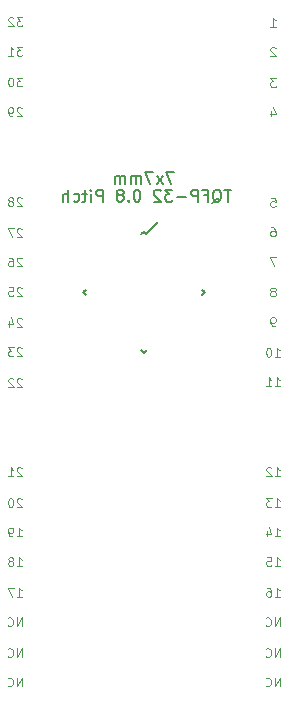
<source format=gbr>
%TF.GenerationSoftware,KiCad,Pcbnew,(6.0.5)*%
%TF.CreationDate,2022-06-25T15:42:17-04:00*%
%TF.ProjectId,Breakout_Converter,42726561-6b6f-4757-945f-436f6e766572,rev?*%
%TF.SameCoordinates,Original*%
%TF.FileFunction,Legend,Bot*%
%TF.FilePolarity,Positive*%
%FSLAX46Y46*%
G04 Gerber Fmt 4.6, Leading zero omitted, Abs format (unit mm)*
G04 Created by KiCad (PCBNEW (6.0.5)) date 2022-06-25 15:42:17*
%MOMM*%
%LPD*%
G01*
G04 APERTURE LIST*
%ADD10C,0.125000*%
%ADD11C,0.150000*%
G04 APERTURE END LIST*
D10*
X131925142Y-52889285D02*
X131460857Y-52889285D01*
X131710857Y-53175000D01*
X131603714Y-53175000D01*
X131532285Y-53210714D01*
X131496571Y-53246428D01*
X131460857Y-53317857D01*
X131460857Y-53496428D01*
X131496571Y-53567857D01*
X131532285Y-53603571D01*
X131603714Y-53639285D01*
X131818000Y-53639285D01*
X131889428Y-53603571D01*
X131925142Y-53567857D01*
X130746571Y-53639285D02*
X131175142Y-53639285D01*
X130960857Y-53639285D02*
X130960857Y-52889285D01*
X131032285Y-52996428D01*
X131103714Y-53067857D01*
X131175142Y-53103571D01*
X131925142Y-55489285D02*
X131460857Y-55489285D01*
X131710857Y-55775000D01*
X131603714Y-55775000D01*
X131532285Y-55810714D01*
X131496571Y-55846428D01*
X131460857Y-55917857D01*
X131460857Y-56096428D01*
X131496571Y-56167857D01*
X131532285Y-56203571D01*
X131603714Y-56239285D01*
X131818000Y-56239285D01*
X131889428Y-56203571D01*
X131925142Y-56167857D01*
X130996571Y-55489285D02*
X130925142Y-55489285D01*
X130853714Y-55525000D01*
X130818000Y-55560714D01*
X130782285Y-55632142D01*
X130746571Y-55775000D01*
X130746571Y-55953571D01*
X130782285Y-56096428D01*
X130818000Y-56167857D01*
X130853714Y-56203571D01*
X130925142Y-56239285D01*
X130996571Y-56239285D01*
X131068000Y-56203571D01*
X131103714Y-56167857D01*
X131139428Y-56096428D01*
X131175142Y-55953571D01*
X131175142Y-55775000D01*
X131139428Y-55632142D01*
X131103714Y-55560714D01*
X131068000Y-55525000D01*
X130996571Y-55489285D01*
X131925142Y-50389285D02*
X131460857Y-50389285D01*
X131710857Y-50675000D01*
X131603714Y-50675000D01*
X131532285Y-50710714D01*
X131496571Y-50746428D01*
X131460857Y-50817857D01*
X131460857Y-50996428D01*
X131496571Y-51067857D01*
X131532285Y-51103571D01*
X131603714Y-51139285D01*
X131818000Y-51139285D01*
X131889428Y-51103571D01*
X131925142Y-51067857D01*
X131175142Y-50460714D02*
X131139428Y-50425000D01*
X131068000Y-50389285D01*
X130889428Y-50389285D01*
X130818000Y-50425000D01*
X130782285Y-50460714D01*
X130746571Y-50532142D01*
X130746571Y-50603571D01*
X130782285Y-50710714D01*
X131210857Y-51139285D01*
X130746571Y-51139285D01*
X131889428Y-58060714D02*
X131853714Y-58025000D01*
X131782285Y-57989285D01*
X131603714Y-57989285D01*
X131532285Y-58025000D01*
X131496571Y-58060714D01*
X131460857Y-58132142D01*
X131460857Y-58203571D01*
X131496571Y-58310714D01*
X131925142Y-58739285D01*
X131460857Y-58739285D01*
X131103714Y-58739285D02*
X130960857Y-58739285D01*
X130889428Y-58703571D01*
X130853714Y-58667857D01*
X130782285Y-58560714D01*
X130746571Y-58417857D01*
X130746571Y-58132142D01*
X130782285Y-58060714D01*
X130818000Y-58025000D01*
X130889428Y-57989285D01*
X131032285Y-57989285D01*
X131103714Y-58025000D01*
X131139428Y-58060714D01*
X131175142Y-58132142D01*
X131175142Y-58310714D01*
X131139428Y-58382142D01*
X131103714Y-58417857D01*
X131032285Y-58453571D01*
X130889428Y-58453571D01*
X130818000Y-58417857D01*
X130782285Y-58382142D01*
X130746571Y-58310714D01*
X153376285Y-53000714D02*
X153340571Y-52965000D01*
X153269142Y-52929285D01*
X153090571Y-52929285D01*
X153019142Y-52965000D01*
X152983428Y-53000714D01*
X152947714Y-53072142D01*
X152947714Y-53143571D01*
X152983428Y-53250714D01*
X153412000Y-53679285D01*
X152947714Y-53679285D01*
X153019142Y-58279285D02*
X153019142Y-58779285D01*
X153197714Y-57993571D02*
X153376285Y-58529285D01*
X152912000Y-58529285D01*
X152947714Y-51179285D02*
X153376285Y-51179285D01*
X153162000Y-51179285D02*
X153162000Y-50429285D01*
X153233428Y-50536428D01*
X153304857Y-50607857D01*
X153376285Y-50643571D01*
X153412000Y-55529285D02*
X152947714Y-55529285D01*
X153197714Y-55815000D01*
X153090571Y-55815000D01*
X153019142Y-55850714D01*
X152983428Y-55886428D01*
X152947714Y-55957857D01*
X152947714Y-56136428D01*
X152983428Y-56207857D01*
X153019142Y-56243571D01*
X153090571Y-56279285D01*
X153304857Y-56279285D01*
X153376285Y-56243571D01*
X153412000Y-56207857D01*
X131889428Y-70800714D02*
X131853714Y-70765000D01*
X131782285Y-70729285D01*
X131603714Y-70729285D01*
X131532285Y-70765000D01*
X131496571Y-70800714D01*
X131460857Y-70872142D01*
X131460857Y-70943571D01*
X131496571Y-71050714D01*
X131925142Y-71479285D01*
X131460857Y-71479285D01*
X130818000Y-70729285D02*
X130960857Y-70729285D01*
X131032285Y-70765000D01*
X131068000Y-70800714D01*
X131139428Y-70907857D01*
X131175142Y-71050714D01*
X131175142Y-71336428D01*
X131139428Y-71407857D01*
X131103714Y-71443571D01*
X131032285Y-71479285D01*
X130889428Y-71479285D01*
X130818000Y-71443571D01*
X130782285Y-71407857D01*
X130746571Y-71336428D01*
X130746571Y-71157857D01*
X130782285Y-71086428D01*
X130818000Y-71050714D01*
X130889428Y-71015000D01*
X131032285Y-71015000D01*
X131103714Y-71050714D01*
X131139428Y-71086428D01*
X131175142Y-71157857D01*
X131889428Y-73300714D02*
X131853714Y-73265000D01*
X131782285Y-73229285D01*
X131603714Y-73229285D01*
X131532285Y-73265000D01*
X131496571Y-73300714D01*
X131460857Y-73372142D01*
X131460857Y-73443571D01*
X131496571Y-73550714D01*
X131925142Y-73979285D01*
X131460857Y-73979285D01*
X130782285Y-73229285D02*
X131139428Y-73229285D01*
X131175142Y-73586428D01*
X131139428Y-73550714D01*
X131068000Y-73515000D01*
X130889428Y-73515000D01*
X130818000Y-73550714D01*
X130782285Y-73586428D01*
X130746571Y-73657857D01*
X130746571Y-73836428D01*
X130782285Y-73907857D01*
X130818000Y-73943571D01*
X130889428Y-73979285D01*
X131068000Y-73979285D01*
X131139428Y-73943571D01*
X131175142Y-73907857D01*
X131889428Y-78400714D02*
X131853714Y-78365000D01*
X131782285Y-78329285D01*
X131603714Y-78329285D01*
X131532285Y-78365000D01*
X131496571Y-78400714D01*
X131460857Y-78472142D01*
X131460857Y-78543571D01*
X131496571Y-78650714D01*
X131925142Y-79079285D01*
X131460857Y-79079285D01*
X131210857Y-78329285D02*
X130746571Y-78329285D01*
X130996571Y-78615000D01*
X130889428Y-78615000D01*
X130818000Y-78650714D01*
X130782285Y-78686428D01*
X130746571Y-78757857D01*
X130746571Y-78936428D01*
X130782285Y-79007857D01*
X130818000Y-79043571D01*
X130889428Y-79079285D01*
X131103714Y-79079285D01*
X131175142Y-79043571D01*
X131210857Y-79007857D01*
X131889428Y-68300714D02*
X131853714Y-68265000D01*
X131782285Y-68229285D01*
X131603714Y-68229285D01*
X131532285Y-68265000D01*
X131496571Y-68300714D01*
X131460857Y-68372142D01*
X131460857Y-68443571D01*
X131496571Y-68550714D01*
X131925142Y-68979285D01*
X131460857Y-68979285D01*
X131210857Y-68229285D02*
X130710857Y-68229285D01*
X131032285Y-68979285D01*
X131889428Y-75900714D02*
X131853714Y-75865000D01*
X131782285Y-75829285D01*
X131603714Y-75829285D01*
X131532285Y-75865000D01*
X131496571Y-75900714D01*
X131460857Y-75972142D01*
X131460857Y-76043571D01*
X131496571Y-76150714D01*
X131925142Y-76579285D01*
X131460857Y-76579285D01*
X130818000Y-76079285D02*
X130818000Y-76579285D01*
X130996571Y-75793571D02*
X131175142Y-76329285D01*
X130710857Y-76329285D01*
X131889428Y-81000714D02*
X131853714Y-80965000D01*
X131782285Y-80929285D01*
X131603714Y-80929285D01*
X131532285Y-80965000D01*
X131496571Y-81000714D01*
X131460857Y-81072142D01*
X131460857Y-81143571D01*
X131496571Y-81250714D01*
X131925142Y-81679285D01*
X131460857Y-81679285D01*
X131175142Y-81000714D02*
X131139428Y-80965000D01*
X131068000Y-80929285D01*
X130889428Y-80929285D01*
X130818000Y-80965000D01*
X130782285Y-81000714D01*
X130746571Y-81072142D01*
X130746571Y-81143571D01*
X130782285Y-81250714D01*
X131210857Y-81679285D01*
X130746571Y-81679285D01*
X131889428Y-65700714D02*
X131853714Y-65665000D01*
X131782285Y-65629285D01*
X131603714Y-65629285D01*
X131532285Y-65665000D01*
X131496571Y-65700714D01*
X131460857Y-65772142D01*
X131460857Y-65843571D01*
X131496571Y-65950714D01*
X131925142Y-66379285D01*
X131460857Y-66379285D01*
X131032285Y-65950714D02*
X131103714Y-65915000D01*
X131139428Y-65879285D01*
X131175142Y-65807857D01*
X131175142Y-65772142D01*
X131139428Y-65700714D01*
X131103714Y-65665000D01*
X131032285Y-65629285D01*
X130889428Y-65629285D01*
X130818000Y-65665000D01*
X130782285Y-65700714D01*
X130746571Y-65772142D01*
X130746571Y-65807857D01*
X130782285Y-65879285D01*
X130818000Y-65915000D01*
X130889428Y-65950714D01*
X131032285Y-65950714D01*
X131103714Y-65986428D01*
X131139428Y-66022142D01*
X131175142Y-66093571D01*
X131175142Y-66236428D01*
X131139428Y-66307857D01*
X131103714Y-66343571D01*
X131032285Y-66379285D01*
X130889428Y-66379285D01*
X130818000Y-66343571D01*
X130782285Y-66307857D01*
X130746571Y-66236428D01*
X130746571Y-66093571D01*
X130782285Y-66022142D01*
X130818000Y-65986428D01*
X130889428Y-65950714D01*
X153304857Y-81619285D02*
X153733428Y-81619285D01*
X153519142Y-81619285D02*
X153519142Y-80869285D01*
X153590571Y-80976428D01*
X153662000Y-81047857D01*
X153733428Y-81083571D01*
X152590571Y-81619285D02*
X153019142Y-81619285D01*
X152804857Y-81619285D02*
X152804857Y-80869285D01*
X152876285Y-80976428D01*
X152947714Y-81047857D01*
X153019142Y-81083571D01*
X153019142Y-68169285D02*
X153162000Y-68169285D01*
X153233428Y-68205000D01*
X153269142Y-68240714D01*
X153340571Y-68347857D01*
X153376285Y-68490714D01*
X153376285Y-68776428D01*
X153340571Y-68847857D01*
X153304857Y-68883571D01*
X153233428Y-68919285D01*
X153090571Y-68919285D01*
X153019142Y-68883571D01*
X152983428Y-68847857D01*
X152947714Y-68776428D01*
X152947714Y-68597857D01*
X152983428Y-68526428D01*
X153019142Y-68490714D01*
X153090571Y-68455000D01*
X153233428Y-68455000D01*
X153304857Y-68490714D01*
X153340571Y-68526428D01*
X153376285Y-68597857D01*
X153412000Y-70669285D02*
X152912000Y-70669285D01*
X153233428Y-71419285D01*
X153304857Y-76519285D02*
X153162000Y-76519285D01*
X153090571Y-76483571D01*
X153054857Y-76447857D01*
X152983428Y-76340714D01*
X152947714Y-76197857D01*
X152947714Y-75912142D01*
X152983428Y-75840714D01*
X153019142Y-75805000D01*
X153090571Y-75769285D01*
X153233428Y-75769285D01*
X153304857Y-75805000D01*
X153340571Y-75840714D01*
X153376285Y-75912142D01*
X153376285Y-76090714D01*
X153340571Y-76162142D01*
X153304857Y-76197857D01*
X153233428Y-76233571D01*
X153090571Y-76233571D01*
X153019142Y-76197857D01*
X152983428Y-76162142D01*
X152947714Y-76090714D01*
X152983428Y-65669285D02*
X153340571Y-65669285D01*
X153376285Y-66026428D01*
X153340571Y-65990714D01*
X153269142Y-65955000D01*
X153090571Y-65955000D01*
X153019142Y-65990714D01*
X152983428Y-66026428D01*
X152947714Y-66097857D01*
X152947714Y-66276428D01*
X152983428Y-66347857D01*
X153019142Y-66383571D01*
X153090571Y-66419285D01*
X153269142Y-66419285D01*
X153340571Y-66383571D01*
X153376285Y-66347857D01*
X153233428Y-73590714D02*
X153304857Y-73555000D01*
X153340571Y-73519285D01*
X153376285Y-73447857D01*
X153376285Y-73412142D01*
X153340571Y-73340714D01*
X153304857Y-73305000D01*
X153233428Y-73269285D01*
X153090571Y-73269285D01*
X153019142Y-73305000D01*
X152983428Y-73340714D01*
X152947714Y-73412142D01*
X152947714Y-73447857D01*
X152983428Y-73519285D01*
X153019142Y-73555000D01*
X153090571Y-73590714D01*
X153233428Y-73590714D01*
X153304857Y-73626428D01*
X153340571Y-73662142D01*
X153376285Y-73733571D01*
X153376285Y-73876428D01*
X153340571Y-73947857D01*
X153304857Y-73983571D01*
X153233428Y-74019285D01*
X153090571Y-74019285D01*
X153019142Y-73983571D01*
X152983428Y-73947857D01*
X152947714Y-73876428D01*
X152947714Y-73733571D01*
X152983428Y-73662142D01*
X153019142Y-73626428D01*
X153090571Y-73590714D01*
X153304857Y-79119285D02*
X153733428Y-79119285D01*
X153519142Y-79119285D02*
X153519142Y-78369285D01*
X153590571Y-78476428D01*
X153662000Y-78547857D01*
X153733428Y-78583571D01*
X152840571Y-78369285D02*
X152769142Y-78369285D01*
X152697714Y-78405000D01*
X152662000Y-78440714D01*
X152626285Y-78512142D01*
X152590571Y-78655000D01*
X152590571Y-78833571D01*
X152626285Y-78976428D01*
X152662000Y-79047857D01*
X152697714Y-79083571D01*
X152769142Y-79119285D01*
X152840571Y-79119285D01*
X152912000Y-79083571D01*
X152947714Y-79047857D01*
X152983428Y-78976428D01*
X153019142Y-78833571D01*
X153019142Y-78655000D01*
X152983428Y-78512142D01*
X152947714Y-78440714D01*
X152912000Y-78405000D01*
X152840571Y-78369285D01*
X153751285Y-107039285D02*
X153751285Y-106289285D01*
X153322714Y-107039285D01*
X153322714Y-106289285D01*
X152537000Y-106967857D02*
X152572714Y-107003571D01*
X152679857Y-107039285D01*
X152751285Y-107039285D01*
X152858428Y-107003571D01*
X152929857Y-106932142D01*
X152965571Y-106860714D01*
X153001285Y-106717857D01*
X153001285Y-106610714D01*
X152965571Y-106467857D01*
X152929857Y-106396428D01*
X152858428Y-106325000D01*
X152751285Y-106289285D01*
X152679857Y-106289285D01*
X152572714Y-106325000D01*
X152537000Y-106360714D01*
X153304857Y-96839285D02*
X153733428Y-96839285D01*
X153519142Y-96839285D02*
X153519142Y-96089285D01*
X153590571Y-96196428D01*
X153662000Y-96267857D01*
X153733428Y-96303571D01*
X152626285Y-96089285D02*
X152983428Y-96089285D01*
X153019142Y-96446428D01*
X152983428Y-96410714D01*
X152912000Y-96375000D01*
X152733428Y-96375000D01*
X152662000Y-96410714D01*
X152626285Y-96446428D01*
X152590571Y-96517857D01*
X152590571Y-96696428D01*
X152626285Y-96767857D01*
X152662000Y-96803571D01*
X152733428Y-96839285D01*
X152912000Y-96839285D01*
X152983428Y-96803571D01*
X153019142Y-96767857D01*
X153304857Y-94339285D02*
X153733428Y-94339285D01*
X153519142Y-94339285D02*
X153519142Y-93589285D01*
X153590571Y-93696428D01*
X153662000Y-93767857D01*
X153733428Y-93803571D01*
X152662000Y-93839285D02*
X152662000Y-94339285D01*
X152840571Y-93553571D02*
X153019142Y-94089285D01*
X152554857Y-94089285D01*
X153751285Y-101939285D02*
X153751285Y-101189285D01*
X153322714Y-101939285D01*
X153322714Y-101189285D01*
X152537000Y-101867857D02*
X152572714Y-101903571D01*
X152679857Y-101939285D01*
X152751285Y-101939285D01*
X152858428Y-101903571D01*
X152929857Y-101832142D01*
X152965571Y-101760714D01*
X153001285Y-101617857D01*
X153001285Y-101510714D01*
X152965571Y-101367857D01*
X152929857Y-101296428D01*
X152858428Y-101225000D01*
X152751285Y-101189285D01*
X152679857Y-101189285D01*
X152572714Y-101225000D01*
X152537000Y-101260714D01*
X153304857Y-91839285D02*
X153733428Y-91839285D01*
X153519142Y-91839285D02*
X153519142Y-91089285D01*
X153590571Y-91196428D01*
X153662000Y-91267857D01*
X153733428Y-91303571D01*
X153054857Y-91089285D02*
X152590571Y-91089285D01*
X152840571Y-91375000D01*
X152733428Y-91375000D01*
X152662000Y-91410714D01*
X152626285Y-91446428D01*
X152590571Y-91517857D01*
X152590571Y-91696428D01*
X152626285Y-91767857D01*
X152662000Y-91803571D01*
X152733428Y-91839285D01*
X152947714Y-91839285D01*
X153019142Y-91803571D01*
X153054857Y-91767857D01*
X153304857Y-99439285D02*
X153733428Y-99439285D01*
X153519142Y-99439285D02*
X153519142Y-98689285D01*
X153590571Y-98796428D01*
X153662000Y-98867857D01*
X153733428Y-98903571D01*
X152662000Y-98689285D02*
X152804857Y-98689285D01*
X152876285Y-98725000D01*
X152912000Y-98760714D01*
X152983428Y-98867857D01*
X153019142Y-99010714D01*
X153019142Y-99296428D01*
X152983428Y-99367857D01*
X152947714Y-99403571D01*
X152876285Y-99439285D01*
X152733428Y-99439285D01*
X152662000Y-99403571D01*
X152626285Y-99367857D01*
X152590571Y-99296428D01*
X152590571Y-99117857D01*
X152626285Y-99046428D01*
X152662000Y-99010714D01*
X152733428Y-98975000D01*
X152876285Y-98975000D01*
X152947714Y-99010714D01*
X152983428Y-99046428D01*
X153019142Y-99117857D01*
X153751285Y-104539285D02*
X153751285Y-103789285D01*
X153322714Y-104539285D01*
X153322714Y-103789285D01*
X152537000Y-104467857D02*
X152572714Y-104503571D01*
X152679857Y-104539285D01*
X152751285Y-104539285D01*
X152858428Y-104503571D01*
X152929857Y-104432142D01*
X152965571Y-104360714D01*
X153001285Y-104217857D01*
X153001285Y-104110714D01*
X152965571Y-103967857D01*
X152929857Y-103896428D01*
X152858428Y-103825000D01*
X152751285Y-103789285D01*
X152679857Y-103789285D01*
X152572714Y-103825000D01*
X152537000Y-103860714D01*
X153304857Y-89239285D02*
X153733428Y-89239285D01*
X153519142Y-89239285D02*
X153519142Y-88489285D01*
X153590571Y-88596428D01*
X153662000Y-88667857D01*
X153733428Y-88703571D01*
X153019142Y-88560714D02*
X152983428Y-88525000D01*
X152912000Y-88489285D01*
X152733428Y-88489285D01*
X152662000Y-88525000D01*
X152626285Y-88560714D01*
X152590571Y-88632142D01*
X152590571Y-88703571D01*
X152626285Y-88810714D01*
X153054857Y-89239285D01*
X152590571Y-89239285D01*
X131460857Y-94339285D02*
X131889428Y-94339285D01*
X131675142Y-94339285D02*
X131675142Y-93589285D01*
X131746571Y-93696428D01*
X131818000Y-93767857D01*
X131889428Y-93803571D01*
X131103714Y-94339285D02*
X130960857Y-94339285D01*
X130889428Y-94303571D01*
X130853714Y-94267857D01*
X130782285Y-94160714D01*
X130746571Y-94017857D01*
X130746571Y-93732142D01*
X130782285Y-93660714D01*
X130818000Y-93625000D01*
X130889428Y-93589285D01*
X131032285Y-93589285D01*
X131103714Y-93625000D01*
X131139428Y-93660714D01*
X131175142Y-93732142D01*
X131175142Y-93910714D01*
X131139428Y-93982142D01*
X131103714Y-94017857D01*
X131032285Y-94053571D01*
X130889428Y-94053571D01*
X130818000Y-94017857D01*
X130782285Y-93982142D01*
X130746571Y-93910714D01*
X131907285Y-101939285D02*
X131907285Y-101189285D01*
X131478714Y-101939285D01*
X131478714Y-101189285D01*
X130693000Y-101867857D02*
X130728714Y-101903571D01*
X130835857Y-101939285D01*
X130907285Y-101939285D01*
X131014428Y-101903571D01*
X131085857Y-101832142D01*
X131121571Y-101760714D01*
X131157285Y-101617857D01*
X131157285Y-101510714D01*
X131121571Y-101367857D01*
X131085857Y-101296428D01*
X131014428Y-101225000D01*
X130907285Y-101189285D01*
X130835857Y-101189285D01*
X130728714Y-101225000D01*
X130693000Y-101260714D01*
X131460857Y-96839285D02*
X131889428Y-96839285D01*
X131675142Y-96839285D02*
X131675142Y-96089285D01*
X131746571Y-96196428D01*
X131818000Y-96267857D01*
X131889428Y-96303571D01*
X131032285Y-96410714D02*
X131103714Y-96375000D01*
X131139428Y-96339285D01*
X131175142Y-96267857D01*
X131175142Y-96232142D01*
X131139428Y-96160714D01*
X131103714Y-96125000D01*
X131032285Y-96089285D01*
X130889428Y-96089285D01*
X130818000Y-96125000D01*
X130782285Y-96160714D01*
X130746571Y-96232142D01*
X130746571Y-96267857D01*
X130782285Y-96339285D01*
X130818000Y-96375000D01*
X130889428Y-96410714D01*
X131032285Y-96410714D01*
X131103714Y-96446428D01*
X131139428Y-96482142D01*
X131175142Y-96553571D01*
X131175142Y-96696428D01*
X131139428Y-96767857D01*
X131103714Y-96803571D01*
X131032285Y-96839285D01*
X130889428Y-96839285D01*
X130818000Y-96803571D01*
X130782285Y-96767857D01*
X130746571Y-96696428D01*
X130746571Y-96553571D01*
X130782285Y-96482142D01*
X130818000Y-96446428D01*
X130889428Y-96410714D01*
X131889428Y-88560714D02*
X131853714Y-88525000D01*
X131782285Y-88489285D01*
X131603714Y-88489285D01*
X131532285Y-88525000D01*
X131496571Y-88560714D01*
X131460857Y-88632142D01*
X131460857Y-88703571D01*
X131496571Y-88810714D01*
X131925142Y-89239285D01*
X131460857Y-89239285D01*
X130746571Y-89239285D02*
X131175142Y-89239285D01*
X130960857Y-89239285D02*
X130960857Y-88489285D01*
X131032285Y-88596428D01*
X131103714Y-88667857D01*
X131175142Y-88703571D01*
X131907285Y-107039285D02*
X131907285Y-106289285D01*
X131478714Y-107039285D01*
X131478714Y-106289285D01*
X130693000Y-106967857D02*
X130728714Y-107003571D01*
X130835857Y-107039285D01*
X130907285Y-107039285D01*
X131014428Y-107003571D01*
X131085857Y-106932142D01*
X131121571Y-106860714D01*
X131157285Y-106717857D01*
X131157285Y-106610714D01*
X131121571Y-106467857D01*
X131085857Y-106396428D01*
X131014428Y-106325000D01*
X130907285Y-106289285D01*
X130835857Y-106289285D01*
X130728714Y-106325000D01*
X130693000Y-106360714D01*
X131907285Y-104539285D02*
X131907285Y-103789285D01*
X131478714Y-104539285D01*
X131478714Y-103789285D01*
X130693000Y-104467857D02*
X130728714Y-104503571D01*
X130835857Y-104539285D01*
X130907285Y-104539285D01*
X131014428Y-104503571D01*
X131085857Y-104432142D01*
X131121571Y-104360714D01*
X131157285Y-104217857D01*
X131157285Y-104110714D01*
X131121571Y-103967857D01*
X131085857Y-103896428D01*
X131014428Y-103825000D01*
X130907285Y-103789285D01*
X130835857Y-103789285D01*
X130728714Y-103825000D01*
X130693000Y-103860714D01*
X131460857Y-99439285D02*
X131889428Y-99439285D01*
X131675142Y-99439285D02*
X131675142Y-98689285D01*
X131746571Y-98796428D01*
X131818000Y-98867857D01*
X131889428Y-98903571D01*
X131210857Y-98689285D02*
X130710857Y-98689285D01*
X131032285Y-99439285D01*
X131889428Y-91160714D02*
X131853714Y-91125000D01*
X131782285Y-91089285D01*
X131603714Y-91089285D01*
X131532285Y-91125000D01*
X131496571Y-91160714D01*
X131460857Y-91232142D01*
X131460857Y-91303571D01*
X131496571Y-91410714D01*
X131925142Y-91839285D01*
X131460857Y-91839285D01*
X130996571Y-91089285D02*
X130925142Y-91089285D01*
X130853714Y-91125000D01*
X130818000Y-91160714D01*
X130782285Y-91232142D01*
X130746571Y-91375000D01*
X130746571Y-91553571D01*
X130782285Y-91696428D01*
X130818000Y-91767857D01*
X130853714Y-91803571D01*
X130925142Y-91839285D01*
X130996571Y-91839285D01*
X131068000Y-91803571D01*
X131103714Y-91767857D01*
X131139428Y-91696428D01*
X131175142Y-91553571D01*
X131175142Y-91375000D01*
X131139428Y-91232142D01*
X131103714Y-91160714D01*
X131068000Y-91125000D01*
X130996571Y-91089285D01*
D11*
X144787619Y-63460380D02*
X144120952Y-63460380D01*
X144549523Y-64460380D01*
X143835238Y-64460380D02*
X143311428Y-63793714D01*
X143835238Y-63793714D02*
X143311428Y-64460380D01*
X143025714Y-63460380D02*
X142359047Y-63460380D01*
X142787619Y-64460380D01*
X141978095Y-64460380D02*
X141978095Y-63793714D01*
X141978095Y-63888952D02*
X141930476Y-63841333D01*
X141835238Y-63793714D01*
X141692380Y-63793714D01*
X141597142Y-63841333D01*
X141549523Y-63936571D01*
X141549523Y-64460380D01*
X141549523Y-63936571D02*
X141501904Y-63841333D01*
X141406666Y-63793714D01*
X141263809Y-63793714D01*
X141168571Y-63841333D01*
X141120952Y-63936571D01*
X141120952Y-64460380D01*
X140644761Y-64460380D02*
X140644761Y-63793714D01*
X140644761Y-63888952D02*
X140597142Y-63841333D01*
X140501904Y-63793714D01*
X140359047Y-63793714D01*
X140263809Y-63841333D01*
X140216190Y-63936571D01*
X140216190Y-64460380D01*
X140216190Y-63936571D02*
X140168571Y-63841333D01*
X140073333Y-63793714D01*
X139930476Y-63793714D01*
X139835238Y-63841333D01*
X139787619Y-63936571D01*
X139787619Y-64460380D01*
X149606666Y-64984380D02*
X149035238Y-64984380D01*
X149320952Y-65984380D02*
X149320952Y-64984380D01*
X148035238Y-66079619D02*
X148130476Y-66032000D01*
X148225714Y-65936761D01*
X148368571Y-65793904D01*
X148463809Y-65746285D01*
X148559047Y-65746285D01*
X148511428Y-65984380D02*
X148606666Y-65936761D01*
X148701904Y-65841523D01*
X148749523Y-65651047D01*
X148749523Y-65317714D01*
X148701904Y-65127238D01*
X148606666Y-65032000D01*
X148511428Y-64984380D01*
X148320952Y-64984380D01*
X148225714Y-65032000D01*
X148130476Y-65127238D01*
X148082857Y-65317714D01*
X148082857Y-65651047D01*
X148130476Y-65841523D01*
X148225714Y-65936761D01*
X148320952Y-65984380D01*
X148511428Y-65984380D01*
X147320952Y-65460571D02*
X147654285Y-65460571D01*
X147654285Y-65984380D02*
X147654285Y-64984380D01*
X147178095Y-64984380D01*
X146797142Y-65984380D02*
X146797142Y-64984380D01*
X146416190Y-64984380D01*
X146320952Y-65032000D01*
X146273333Y-65079619D01*
X146225714Y-65174857D01*
X146225714Y-65317714D01*
X146273333Y-65412952D01*
X146320952Y-65460571D01*
X146416190Y-65508190D01*
X146797142Y-65508190D01*
X145797142Y-65603428D02*
X145035238Y-65603428D01*
X144654285Y-64984380D02*
X144035238Y-64984380D01*
X144368571Y-65365333D01*
X144225714Y-65365333D01*
X144130476Y-65412952D01*
X144082857Y-65460571D01*
X144035238Y-65555809D01*
X144035238Y-65793904D01*
X144082857Y-65889142D01*
X144130476Y-65936761D01*
X144225714Y-65984380D01*
X144511428Y-65984380D01*
X144606666Y-65936761D01*
X144654285Y-65889142D01*
X143654285Y-65079619D02*
X143606666Y-65032000D01*
X143511428Y-64984380D01*
X143273333Y-64984380D01*
X143178095Y-65032000D01*
X143130476Y-65079619D01*
X143082857Y-65174857D01*
X143082857Y-65270095D01*
X143130476Y-65412952D01*
X143701904Y-65984380D01*
X143082857Y-65984380D01*
X141701904Y-64984380D02*
X141606666Y-64984380D01*
X141511428Y-65032000D01*
X141463809Y-65079619D01*
X141416190Y-65174857D01*
X141368571Y-65365333D01*
X141368571Y-65603428D01*
X141416190Y-65793904D01*
X141463809Y-65889142D01*
X141511428Y-65936761D01*
X141606666Y-65984380D01*
X141701904Y-65984380D01*
X141797142Y-65936761D01*
X141844761Y-65889142D01*
X141892380Y-65793904D01*
X141940000Y-65603428D01*
X141940000Y-65365333D01*
X141892380Y-65174857D01*
X141844761Y-65079619D01*
X141797142Y-65032000D01*
X141701904Y-64984380D01*
X140940000Y-65889142D02*
X140892380Y-65936761D01*
X140940000Y-65984380D01*
X140987619Y-65936761D01*
X140940000Y-65889142D01*
X140940000Y-65984380D01*
X140320952Y-65412952D02*
X140416190Y-65365333D01*
X140463809Y-65317714D01*
X140511428Y-65222476D01*
X140511428Y-65174857D01*
X140463809Y-65079619D01*
X140416190Y-65032000D01*
X140320952Y-64984380D01*
X140130476Y-64984380D01*
X140035238Y-65032000D01*
X139987619Y-65079619D01*
X139940000Y-65174857D01*
X139940000Y-65222476D01*
X139987619Y-65317714D01*
X140035238Y-65365333D01*
X140130476Y-65412952D01*
X140320952Y-65412952D01*
X140416190Y-65460571D01*
X140463809Y-65508190D01*
X140511428Y-65603428D01*
X140511428Y-65793904D01*
X140463809Y-65889142D01*
X140416190Y-65936761D01*
X140320952Y-65984380D01*
X140130476Y-65984380D01*
X140035238Y-65936761D01*
X139987619Y-65889142D01*
X139940000Y-65793904D01*
X139940000Y-65603428D01*
X139987619Y-65508190D01*
X140035238Y-65460571D01*
X140130476Y-65412952D01*
X138749523Y-65984380D02*
X138749523Y-64984380D01*
X138368571Y-64984380D01*
X138273333Y-65032000D01*
X138225714Y-65079619D01*
X138178095Y-65174857D01*
X138178095Y-65317714D01*
X138225714Y-65412952D01*
X138273333Y-65460571D01*
X138368571Y-65508190D01*
X138749523Y-65508190D01*
X137749523Y-65984380D02*
X137749523Y-65317714D01*
X137749523Y-64984380D02*
X137797142Y-65032000D01*
X137749523Y-65079619D01*
X137701904Y-65032000D01*
X137749523Y-64984380D01*
X137749523Y-65079619D01*
X137416190Y-65317714D02*
X137035238Y-65317714D01*
X137273333Y-64984380D02*
X137273333Y-65841523D01*
X137225714Y-65936761D01*
X137130476Y-65984380D01*
X137035238Y-65984380D01*
X136273333Y-65936761D02*
X136368571Y-65984380D01*
X136559047Y-65984380D01*
X136654285Y-65936761D01*
X136701904Y-65889142D01*
X136749523Y-65793904D01*
X136749523Y-65508190D01*
X136701904Y-65412952D01*
X136654285Y-65365333D01*
X136559047Y-65317714D01*
X136368571Y-65317714D01*
X136273333Y-65365333D01*
X135844761Y-65984380D02*
X135844761Y-64984380D01*
X135416190Y-65984380D02*
X135416190Y-65460571D01*
X135463809Y-65365333D01*
X135559047Y-65317714D01*
X135701904Y-65317714D01*
X135797142Y-65365333D01*
X135844761Y-65412952D01*
%TO.C,U4*%
X147366524Y-73660000D02*
X147136714Y-73889810D01*
X142240000Y-68533476D02*
X142399099Y-68692575D01*
X142240000Y-68533476D02*
X142010190Y-68763286D01*
X137113476Y-73660000D02*
X137343286Y-73430190D01*
X137113476Y-73660000D02*
X137343286Y-73889810D01*
X142240000Y-78786524D02*
X142010190Y-78556714D01*
X142240000Y-78786524D02*
X142469810Y-78556714D01*
X147366524Y-73660000D02*
X147136714Y-73430190D01*
X142399099Y-68692575D02*
X143406726Y-67684948D01*
%TD*%
M02*

</source>
